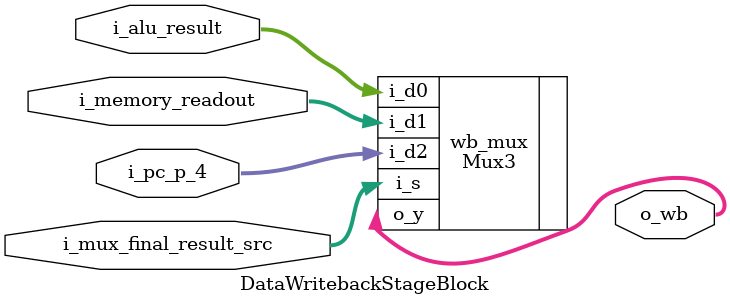
<source format=sv>
module DataWritebackStageBlock (
    // From mem
    input logic  [31:0] i_alu_result,
    input logic  [31:0] i_memory_readout,
    input logic  [31:0] i_pc_p_4,
    // From control
    input logic  [1:0]  i_mux_final_result_src,
    // To decode
    output logic [31:0] o_wb
);
    
    Mux3 wb_mux (
        .i_d0(i_alu_result),
        .i_d1(i_memory_readout),
        .i_d2(i_pc_p_4),
        .i_s(i_mux_final_result_src),
        .o_y(o_wb)
    );

endmodule
</source>
